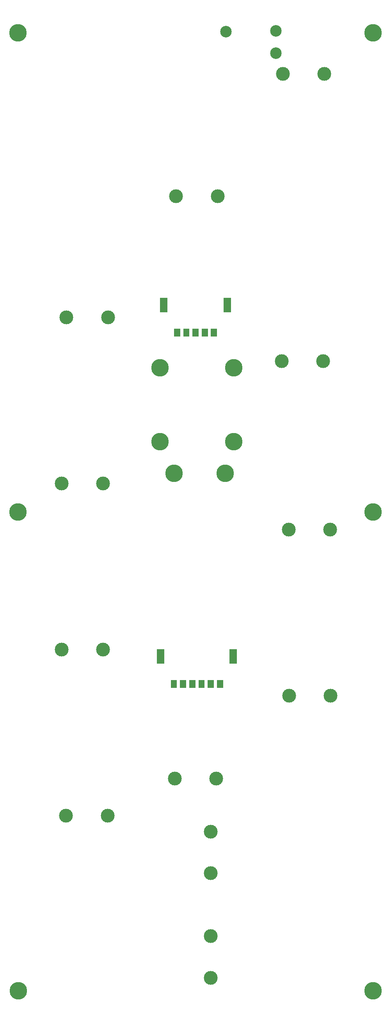
<source format=gbs>
%TF.GenerationSoftware,KiCad,Pcbnew,8.0.4*%
%TF.CreationDate,2025-03-26T23:32:02-07:00*%
%TF.ProjectId,Stationary_X_Panel,53746174-696f-46e6-9172-795f585f5061,1.5*%
%TF.SameCoordinates,Original*%
%TF.FileFunction,Soldermask,Bot*%
%TF.FilePolarity,Negative*%
%FSLAX46Y46*%
G04 Gerber Fmt 4.6, Leading zero omitted, Abs format (unit mm)*
G04 Created by KiCad (PCBNEW 8.0.4) date 2025-03-26 23:32:02*
%MOMM*%
%LPD*%
G01*
G04 APERTURE LIST*
%ADD10C,0.010000*%
%ADD11C,2.600000*%
%ADD12C,3.800000*%
%ADD13C,3.000000*%
%ADD14C,2.500000*%
G04 APERTURE END LIST*
D10*
%TO.C,J3*%
X64556200Y-84451200D02*
X63053800Y-84451200D01*
X63053800Y-81398800D01*
X64556200Y-81398800D01*
X64556200Y-84451200D01*
G36*
X64556200Y-84451200D02*
G01*
X63053800Y-84451200D01*
X63053800Y-81398800D01*
X64556200Y-81398800D01*
X64556200Y-84451200D01*
G37*
X67326200Y-89701200D02*
X66073800Y-89701200D01*
X66073800Y-88098800D01*
X67326200Y-88098800D01*
X67326200Y-89701200D01*
G36*
X67326200Y-89701200D02*
G01*
X66073800Y-89701200D01*
X66073800Y-88098800D01*
X67326200Y-88098800D01*
X67326200Y-89701200D01*
G37*
X69326200Y-89701200D02*
X68073800Y-89701200D01*
X68073800Y-88098800D01*
X69326200Y-88098800D01*
X69326200Y-89701200D01*
G36*
X69326200Y-89701200D02*
G01*
X68073800Y-89701200D01*
X68073800Y-88098800D01*
X69326200Y-88098800D01*
X69326200Y-89701200D01*
G37*
X71326200Y-89701200D02*
X70073800Y-89701200D01*
X70073800Y-88098800D01*
X71326200Y-88098800D01*
X71326200Y-89701200D01*
G36*
X71326200Y-89701200D02*
G01*
X70073800Y-89701200D01*
X70073800Y-88098800D01*
X71326200Y-88098800D01*
X71326200Y-89701200D01*
G37*
X73326200Y-89701200D02*
X72073800Y-89701200D01*
X72073800Y-88098800D01*
X73326200Y-88098800D01*
X73326200Y-89701200D01*
G36*
X73326200Y-89701200D02*
G01*
X72073800Y-89701200D01*
X72073800Y-88098800D01*
X73326200Y-88098800D01*
X73326200Y-89701200D01*
G37*
X75326200Y-89701200D02*
X74073800Y-89701200D01*
X74073800Y-88098800D01*
X75326200Y-88098800D01*
X75326200Y-89701200D01*
G36*
X75326200Y-89701200D02*
G01*
X74073800Y-89701200D01*
X74073800Y-88098800D01*
X75326200Y-88098800D01*
X75326200Y-89701200D01*
G37*
X78346200Y-84451200D02*
X76843800Y-84451200D01*
X76843800Y-81398800D01*
X78346200Y-81398800D01*
X78346200Y-84451200D01*
G36*
X78346200Y-84451200D02*
G01*
X76843800Y-84451200D01*
X76843800Y-81398800D01*
X78346200Y-81398800D01*
X78346200Y-84451200D01*
G37*
%TO.C,J1*%
X63856200Y-160551200D02*
X62353800Y-160551200D01*
X62353800Y-157498800D01*
X63856200Y-157498800D01*
X63856200Y-160551200D01*
G36*
X63856200Y-160551200D02*
G01*
X62353800Y-160551200D01*
X62353800Y-157498800D01*
X63856200Y-157498800D01*
X63856200Y-160551200D01*
G37*
X66626200Y-165801200D02*
X65373800Y-165801200D01*
X65373800Y-164198800D01*
X66626200Y-164198800D01*
X66626200Y-165801200D01*
G36*
X66626200Y-165801200D02*
G01*
X65373800Y-165801200D01*
X65373800Y-164198800D01*
X66626200Y-164198800D01*
X66626200Y-165801200D01*
G37*
X68626200Y-165801200D02*
X67373800Y-165801200D01*
X67373800Y-164198800D01*
X68626200Y-164198800D01*
X68626200Y-165801200D01*
G36*
X68626200Y-165801200D02*
G01*
X67373800Y-165801200D01*
X67373800Y-164198800D01*
X68626200Y-164198800D01*
X68626200Y-165801200D01*
G37*
X70626200Y-165801200D02*
X69373800Y-165801200D01*
X69373800Y-164198800D01*
X70626200Y-164198800D01*
X70626200Y-165801200D01*
G36*
X70626200Y-165801200D02*
G01*
X69373800Y-165801200D01*
X69373800Y-164198800D01*
X70626200Y-164198800D01*
X70626200Y-165801200D01*
G37*
X72626200Y-165801200D02*
X71373800Y-165801200D01*
X71373800Y-164198800D01*
X72626200Y-164198800D01*
X72626200Y-165801200D01*
G36*
X72626200Y-165801200D02*
G01*
X71373800Y-165801200D01*
X71373800Y-164198800D01*
X72626200Y-164198800D01*
X72626200Y-165801200D01*
G37*
X74626200Y-165801200D02*
X73373800Y-165801200D01*
X73373800Y-164198800D01*
X74626200Y-164198800D01*
X74626200Y-165801200D01*
G36*
X74626200Y-165801200D02*
G01*
X73373800Y-165801200D01*
X73373800Y-164198800D01*
X74626200Y-164198800D01*
X74626200Y-165801200D01*
G37*
X76626200Y-165801200D02*
X75373800Y-165801200D01*
X75373800Y-164198800D01*
X76626200Y-164198800D01*
X76626200Y-165801200D01*
G36*
X76626200Y-165801200D02*
G01*
X75373800Y-165801200D01*
X75373800Y-164198800D01*
X76626200Y-164198800D01*
X76626200Y-165801200D01*
G37*
X79646200Y-160551200D02*
X78143800Y-160551200D01*
X78143800Y-157498800D01*
X79646200Y-157498800D01*
X79646200Y-160551200D01*
G36*
X79646200Y-160551200D02*
G01*
X78143800Y-160551200D01*
X78143800Y-157498800D01*
X79646200Y-157498800D01*
X79646200Y-160551200D01*
G37*
%TD*%
D11*
%TO.C,H12*%
X109240000Y-127760000D03*
D12*
X109240000Y-127760000D03*
%TD*%
D13*
%TO.C,SC8*%
X98450000Y-95070000D03*
X89450000Y-95070000D03*
%TD*%
%TO.C,SC2*%
X51750000Y-85595000D03*
X42750000Y-85595000D03*
%TD*%
D11*
%TO.C,H8*%
X32260000Y-231510000D03*
D12*
X32260000Y-231510000D03*
%TD*%
D13*
%TO.C,SC1*%
X66525000Y-59345000D03*
X75525000Y-59345000D03*
%TD*%
%TO.C,SC12*%
X74080000Y-206030000D03*
X74080000Y-197030000D03*
%TD*%
%TO.C,SC11*%
X75240000Y-185520000D03*
X66240000Y-185520000D03*
%TD*%
%TO.C,SC9*%
X99970000Y-131590000D03*
X90970000Y-131590000D03*
%TD*%
D11*
%TO.C,H9*%
X32240000Y-127750000D03*
D12*
X32240000Y-127750000D03*
%TD*%
D11*
%TO.C,H3*%
X63000000Y-112500000D03*
D12*
X63000000Y-112500000D03*
%TD*%
D13*
%TO.C,SC7*%
X89665000Y-32845000D03*
X98665000Y-32845000D03*
%TD*%
D11*
%TO.C,H10*%
X32250000Y-24010000D03*
D12*
X32250000Y-24010000D03*
%TD*%
D11*
%TO.C,H2*%
X77200000Y-119400000D03*
D12*
X77200000Y-119400000D03*
%TD*%
D13*
%TO.C,SC6*%
X74080000Y-228670000D03*
X74080000Y-219670000D03*
%TD*%
D11*
%TO.C,H5*%
X63000000Y-96500000D03*
D12*
X63000000Y-96500000D03*
%TD*%
D13*
%TO.C,SC5*%
X51665000Y-193595000D03*
X42665000Y-193595000D03*
%TD*%
D11*
%TO.C,H7*%
X109240000Y-231500000D03*
D12*
X109240000Y-231500000D03*
%TD*%
D11*
%TO.C,H4*%
X79000000Y-112500000D03*
D12*
X79000000Y-112500000D03*
%TD*%
D11*
%TO.C,H11*%
X109260000Y-24000000D03*
D12*
X109260000Y-24000000D03*
%TD*%
D13*
%TO.C,SC4*%
X50665000Y-157595000D03*
X41665000Y-157595000D03*
%TD*%
%TO.C,SC3*%
X50680000Y-121595000D03*
X41680000Y-121595000D03*
%TD*%
%TO.C,SC10*%
X100020000Y-167610000D03*
X91020000Y-167610000D03*
%TD*%
D11*
%TO.C,H6*%
X79000000Y-96500000D03*
D12*
X79000000Y-96500000D03*
%TD*%
D11*
%TO.C,H1*%
X66100000Y-119400000D03*
D12*
X66100000Y-119400000D03*
%TD*%
D14*
%TO.C,TP1*%
X88165000Y-23595000D03*
%TD*%
%TO.C,TP3*%
X77365000Y-23695000D03*
%TD*%
%TO.C,TP2*%
X88165000Y-28345000D03*
%TD*%
M02*

</source>
